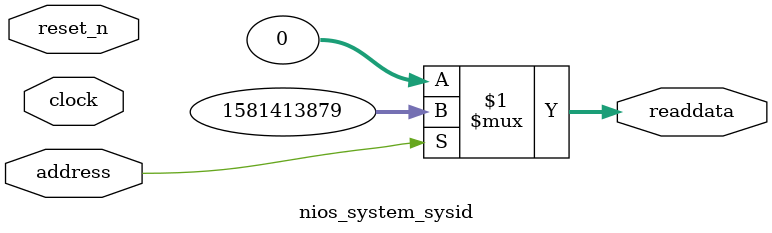
<source format=v>

`timescale 1ns / 1ps
// synthesis translate_on

// turn off superfluous verilog processor warnings 
// altera message_level Level1 
// altera message_off 10034 10035 10036 10037 10230 10240 10030 

module nios_system_sysid (
               // inputs:
                address,
                clock,
                reset_n,

               // outputs:
                readdata
             )
;

  output  [ 31: 0] readdata;
  input            address;
  input            clock;
  input            reset_n;

  wire    [ 31: 0] readdata;
  //control_slave, which is an e_avalon_slave
  assign readdata = address ? 1581413879 : 0;

endmodule




</source>
